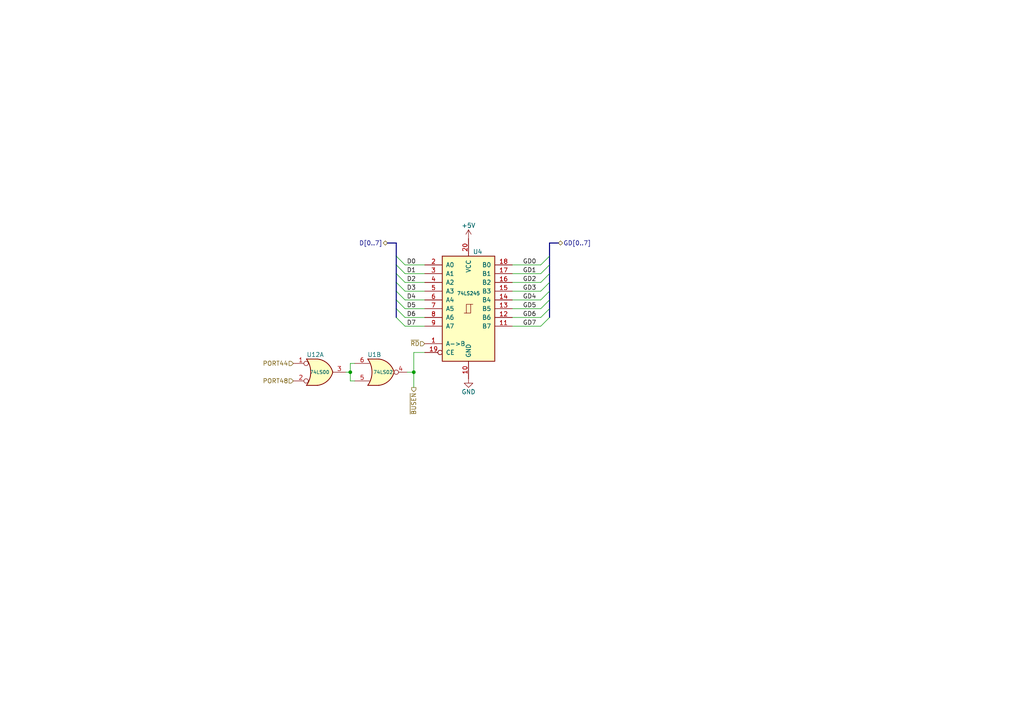
<source format=kicad_sch>
(kicad_sch (version 20230121) (generator eeschema)
  (paper "A4")
  (title_block (title "Sorcerer Dream Disk") (date "2023-12-16") (rev "1.0") (company "Marcel Erz (RetroStack), John Halkiadakis, Michael Borthwick (Exidyboy)") (comment 2 "Data Bus Transceiver driven by Address Decoder") (comment 4 "Data Bus"))
  (lib_symbols
    (symbol "74xx:74LS00" (pin_names (offset 1.016))
      (property "Reference" "U" (at 0 1.27 0))
      (property "Value" "74LS00" (at 0 -1.27 0))
      (symbol "74LS00_1_1"
        (arc (start 0 -3.81) (mid 3.7934 0) (end 0 3.81) (stroke (width 0.254)) (fill (type background)))
        (polyline (pts (xy 0 3.81) (xy -3.81 3.81) (xy -3.81 -3.81) (xy 0 -3.81)) (stroke (width 0.254)) (fill (type background)))
        (pin input line (at -7.62 2.54 0) (length 3.81) (name "~") (number "1"))
        (pin input line (at -7.62 -2.54 0) (length 3.81) (name "~") (number "2"))
        (pin output inverted (at 7.62 0 180) (length 3.81) (name "~") (number "3"))
      )
      (symbol "74LS00_1_2"
        (arc (start -3.81 -3.81) (mid -2.589 0) (end -3.81 3.81) (stroke (width 0.254)))
        (arc (start -0.6096 -3.81) (mid 2.1842 -2.5851) (end 3.81 0) (stroke (width 0.254)) (fill (type background)))
        (polyline (pts (xy -3.81 -3.81) (xy -0.635 -3.81)) (stroke (width 0.254)) (fill (type background)))
        (polyline (pts (xy -3.81 3.81) (xy -0.635 3.81)) (stroke (width 0.254)) (fill (type background)))
        (polyline (pts (xy -0.635 3.81) (xy -3.81 3.81) (xy -3.81 3.81) (xy -3.556 3.4036) (xy -3.0226 2.2606) (xy -2.6924 1.0414) (xy -2.6162 -0.254) (xy -2.7686 -1.4986) (xy -3.175 -2.7178) (xy -3.81 -3.81) (xy -3.81 -3.81) (xy -0.635 -3.81)) (stroke (width -25.4)) (fill (type background)))
        (arc (start 3.81 0) (mid 2.1915 2.5936) (end -0.6096 3.81) (stroke (width 0.254)) (fill (type background)))
        (pin input inverted (at -7.62 2.54 0) (length 4.318) (name "~") (number "1"))
        (pin input inverted (at -7.62 -2.54 0) (length 4.318) (name "~") (number "2"))
        (pin output line (at 7.62 0 180) (length 3.81) (name "~") (number "3"))
      )
      (symbol "74LS00_2_1"
        (arc (start 0 -3.81) (mid 3.7934 0) (end 0 3.81) (stroke (width 0.254)) (fill (type background)))
        (polyline (pts (xy 0 3.81) (xy -3.81 3.81) (xy -3.81 -3.81) (xy 0 -3.81)) (stroke (width 0.254)) (fill (type background)))
        (pin input line (at -7.62 2.54 0) (length 3.81) (name "~") (number "4"))
        (pin input line (at -7.62 -2.54 0) (length 3.81) (name "~") (number "5"))
        (pin output inverted (at 7.62 0 180) (length 3.81) (name "~") (number "6"))
      )
      (symbol "74LS00_2_2"
        (arc (start -3.81 -3.81) (mid -2.589 0) (end -3.81 3.81) (stroke (width 0.254)))
        (arc (start -0.6096 -3.81) (mid 2.1842 -2.5851) (end 3.81 0) (stroke (width 0.254)) (fill (type background)))
        (polyline (pts (xy -3.81 -3.81) (xy -0.635 -3.81)) (stroke (width 0.254)) (fill (type background)))
        (polyline (pts (xy -3.81 3.81) (xy -0.635 3.81)) (stroke (width 0.254)) (fill (type background)))
        (polyline (pts (xy -0.635 3.81) (xy -3.81 3.81) (xy -3.81 3.81) (xy -3.556 3.4036) (xy -3.0226 2.2606) (xy -2.6924 1.0414) (xy -2.6162 -0.254) (xy -2.7686 -1.4986) (xy -3.175 -2.7178) (xy -3.81 -3.81) (xy -3.81 -3.81) (xy -0.635 -3.81)) (stroke (width -25.4)) (fill (type background)))
        (arc (start 3.81 0) (mid 2.1915 2.5936) (end -0.6096 3.81) (stroke (width 0.254)) (fill (type background)))
        (pin input inverted (at -7.62 2.54 0) (length 4.318) (name "~") (number "4"))
        (pin input inverted (at -7.62 -2.54 0) (length 4.318) (name "~") (number "5"))
        (pin output line (at 7.62 0 180) (length 3.81) (name "~") (number "6"))
      )
      (symbol "74LS00_3_1"
        (arc (start 0 -3.81) (mid 3.7934 0) (end 0 3.81) (stroke (width 0.254)) (fill (type background)))
        (polyline (pts (xy 0 3.81) (xy -3.81 3.81) (xy -3.81 -3.81) (xy 0 -3.81)) (stroke (width 0.254)) (fill (type background)))
        (pin input line (at -7.62 -2.54 0) (length 3.81) (name "~") (number "10"))
        (pin output inverted (at 7.62 0 180) (length 3.81) (name "~") (number "8"))
        (pin input line (at -7.62 2.54 0) (length 3.81) (name "~") (number "9"))
      )
      (symbol "74LS00_3_2"
        (arc (start -3.81 -3.81) (mid -2.589 0) (end -3.81 3.81) (stroke (width 0.254)))
        (arc (start -0.6096 -3.81) (mid 2.1842 -2.5851) (end 3.81 0) (stroke (width 0.254)) (fill (type background)))
        (polyline (pts (xy -3.81 -3.81) (xy -0.635 -3.81)) (stroke (width 0.254)) (fill (type background)))
        (polyline (pts (xy -3.81 3.81) (xy -0.635 3.81)) (stroke (width 0.254)) (fill (type background)))
        (polyline (pts (xy -0.635 3.81) (xy -3.81 3.81) (xy -3.81 3.81) (xy -3.556 3.4036) (xy -3.0226 2.2606) (xy -2.6924 1.0414) (xy -2.6162 -0.254) (xy -2.7686 -1.4986) (xy -3.175 -2.7178) (xy -3.81 -3.81) (xy -3.81 -3.81) (xy -0.635 -3.81)) (stroke (width -25.4)) (fill (type background)))
        (arc (start 3.81 0) (mid 2.1915 2.5936) (end -0.6096 3.81) (stroke (width 0.254)) (fill (type background)))
        (pin input inverted (at -7.62 -2.54 0) (length 4.318) (name "~") (number "10"))
        (pin output line (at 7.62 0 180) (length 3.81) (name "~") (number "8"))
        (pin input inverted (at -7.62 2.54 0) (length 4.318) (name "~") (number "9"))
      )
      (symbol "74LS00_4_1"
        (arc (start 0 -3.81) (mid 3.7934 0) (end 0 3.81) (stroke (width 0.254)) (fill (type background)))
        (polyline (pts (xy 0 3.81) (xy -3.81 3.81) (xy -3.81 -3.81) (xy 0 -3.81)) (stroke (width 0.254)) (fill (type background)))
        (pin output inverted (at 7.62 0 180) (length 3.81) (name "~") (number "11"))
        (pin input line (at -7.62 2.54 0) (length 3.81) (name "~") (number "12"))
        (pin input line (at -7.62 -2.54 0) (length 3.81) (name "~") (number "13"))
      )
      (symbol "74LS00_4_2"
        (arc (start -3.81 -3.81) (mid -2.589 0) (end -3.81 3.81) (stroke (width 0.254)))
        (arc (start -0.6096 -3.81) (mid 2.1842 -2.5851) (end 3.81 0) (stroke (width 0.254)) (fill (type background)))
        (polyline (pts (xy -3.81 -3.81) (xy -0.635 -3.81)) (stroke (width 0.254)) (fill (type background)))
        (polyline (pts (xy -3.81 3.81) (xy -0.635 3.81)) (stroke (width 0.254)) (fill (type background)))
        (polyline (pts (xy -0.635 3.81) (xy -3.81 3.81) (xy -3.81 3.81) (xy -3.556 3.4036) (xy -3.0226 2.2606) (xy -2.6924 1.0414) (xy -2.6162 -0.254) (xy -2.7686 -1.4986) (xy -3.175 -2.7178) (xy -3.81 -3.81) (xy -3.81 -3.81) (xy -0.635 -3.81)) (stroke (width -25.4)) (fill (type background)))
        (arc (start 3.81 0) (mid 2.1915 2.5936) (end -0.6096 3.81) (stroke (width 0.254)) (fill (type background)))
        (pin output line (at 7.62 0 180) (length 3.81) (name "~") (number "11"))
        (pin input inverted (at -7.62 2.54 0) (length 4.318) (name "~") (number "12"))
        (pin input inverted (at -7.62 -2.54 0) (length 4.318) (name "~") (number "13"))
      )
      (symbol "74LS00_5_0"
        (pin power_in line (at 0 12.7 270) (length 5.08) (name "VCC") (number "14"))
        (pin power_in line (at 0 -12.7 90) (length 5.08) (name "GND") (number "7"))
      )
      (symbol "74LS00_5_1"
        (rectangle (start -5.08 7.62) (end 5.08 -7.62) (stroke (width 0.254)) (fill (type background)))
      )
    )
    (symbol "74xx:74LS02" (pin_names (offset 1.016))
      (property "Reference" "U" (at 0 1.27 0))
      (property "Value" "74LS02" (at 0 -1.27 0))
      (symbol "74LS02_1_1"
        (arc (start -3.81 -3.81) (mid -2.589 0) (end -3.81 3.81) (stroke (width 0.254)))
        (arc (start -0.6096 -3.81) (mid 2.1842 -2.5851) (end 3.81 0) (stroke (width 0.254)) (fill (type background)))
        (polyline (pts (xy -3.81 -3.81) (xy -0.635 -3.81)) (stroke (width 0.254)) (fill (type background)))
        (polyline (pts (xy -3.81 3.81) (xy -0.635 3.81)) (stroke (width 0.254)) (fill (type background)))
        (polyline (pts (xy -0.635 3.81) (xy -3.81 3.81) (xy -3.81 3.81) (xy -3.556 3.4036) (xy -3.0226 2.2606) (xy -2.6924 1.0414) (xy -2.6162 -0.254) (xy -2.7686 -1.4986) (xy -3.175 -2.7178) (xy -3.81 -3.81) (xy -3.81 -3.81) (xy -0.635 -3.81)) (stroke (width -25.4)) (fill (type background)))
        (arc (start 3.81 0) (mid 2.1915 2.5936) (end -0.6096 3.81) (stroke (width 0.254)) (fill (type background)))
        (pin output inverted (at 7.62 0 180) (length 3.81) (name "~") (number "1"))
        (pin input line (at -7.62 2.54 0) (length 4.318) (name "~") (number "2"))
        (pin input line (at -7.62 -2.54 0) (length 4.318) (name "~") (number "3"))
      )
      (symbol "74LS02_1_2"
        (arc (start 0 -3.81) (mid 3.7934 0) (end 0 3.81) (stroke (width 0.254)) (fill (type background)))
        (polyline (pts (xy 0 3.81) (xy -3.81 3.81) (xy -3.81 -3.81) (xy 0 -3.81)) (stroke (width 0.254)) (fill (type background)))
        (pin output line (at 7.62 0 180) (length 3.81) (name "~") (number "1"))
        (pin input inverted (at -7.62 2.54 0) (length 3.81) (name "~") (number "2"))
        (pin input inverted (at -7.62 -2.54 0) (length 3.81) (name "~") (number "3"))
      )
      (symbol "74LS02_2_1"
        (arc (start -3.81 -3.81) (mid -2.589 0) (end -3.81 3.81) (stroke (width 0.254)))
        (arc (start -0.6096 -3.81) (mid 2.1842 -2.5851) (end 3.81 0) (stroke (width 0.254)) (fill (type background)))
        (polyline (pts (xy -3.81 -3.81) (xy -0.635 -3.81)) (stroke (width 0.254)) (fill (type background)))
        (polyline (pts (xy -3.81 3.81) (xy -0.635 3.81)) (stroke (width 0.254)) (fill (type background)))
        (polyline (pts (xy -0.635 3.81) (xy -3.81 3.81) (xy -3.81 3.81) (xy -3.556 3.4036) (xy -3.0226 2.2606) (xy -2.6924 1.0414) (xy -2.6162 -0.254) (xy -2.7686 -1.4986) (xy -3.175 -2.7178) (xy -3.81 -3.81) (xy -3.81 -3.81) (xy -0.635 -3.81)) (stroke (width -25.4)) (fill (type background)))
        (arc (start 3.81 0) (mid 2.1915 2.5936) (end -0.6096 3.81) (stroke (width 0.254)) (fill (type background)))
        (pin output inverted (at 7.62 0 180) (length 3.81) (name "~") (number "4"))
        (pin input line (at -7.62 2.54 0) (length 4.318) (name "~") (number "5"))
        (pin input line (at -7.62 -2.54 0) (length 4.318) (name "~") (number "6"))
      )
      (symbol "74LS02_2_2"
        (arc (start 0 -3.81) (mid 3.7934 0) (end 0 3.81) (stroke (width 0.254)) (fill (type background)))
        (polyline (pts (xy 0 3.81) (xy -3.81 3.81) (xy -3.81 -3.81) (xy 0 -3.81)) (stroke (width 0.254)) (fill (type background)))
        (pin output line (at 7.62 0 180) (length 3.81) (name "~") (number "4"))
        (pin input inverted (at -7.62 2.54 0) (length 3.81) (name "~") (number "5"))
        (pin input inverted (at -7.62 -2.54 0) (length 3.81) (name "~") (number "6"))
      )
      (symbol "74LS02_3_1"
        (arc (start -3.81 -3.81) (mid -2.589 0) (end -3.81 3.81) (stroke (width 0.254)))
        (arc (start -0.6096 -3.81) (mid 2.1842 -2.5851) (end 3.81 0) (stroke (width 0.254)) (fill (type background)))
        (polyline (pts (xy -3.81 -3.81) (xy -0.635 -3.81)) (stroke (width 0.254)) (fill (type background)))
        (polyline (pts (xy -3.81 3.81) (xy -0.635 3.81)) (stroke (width 0.254)) (fill (type background)))
        (polyline (pts (xy -0.635 3.81) (xy -3.81 3.81) (xy -3.81 3.81) (xy -3.556 3.4036) (xy -3.0226 2.2606) (xy -2.6924 1.0414) (xy -2.6162 -0.254) (xy -2.7686 -1.4986) (xy -3.175 -2.7178) (xy -3.81 -3.81) (xy -3.81 -3.81) (xy -0.635 -3.81)) (stroke (width -25.4)) (fill (type background)))
        (arc (start 3.81 0) (mid 2.1915 2.5936) (end -0.6096 3.81) (stroke (width 0.254)) (fill (type background)))
        (pin output inverted (at 7.62 0 180) (length 3.81) (name "~") (number "10"))
        (pin input line (at -7.62 2.54 0) (length 4.318) (name "~") (number "8"))
        (pin input line (at -7.62 -2.54 0) (length 4.318) (name "~") (number "9"))
      )
      (symbol "74LS02_3_2"
        (arc (start 0 -3.81) (mid 3.7934 0) (end 0 3.81) (stroke (width 0.254)) (fill (type background)))
        (polyline (pts (xy 0 3.81) (xy -3.81 3.81) (xy -3.81 -3.81) (xy 0 -3.81)) (stroke (width 0.254)) (fill (type background)))
        (pin output line (at 7.62 0 180) (length 3.81) (name "~") (number "10"))
        (pin input inverted (at -7.62 2.54 0) (length 3.81) (name "~") (number "8"))
        (pin input inverted (at -7.62 -2.54 0) (length 3.81) (name "~") (number "9"))
      )
      (symbol "74LS02_4_1"
        (arc (start -3.81 -3.81) (mid -2.589 0) (end -3.81 3.81) (stroke (width 0.254)))
        (arc (start -0.6096 -3.81) (mid 2.1842 -2.5851) (end 3.81 0) (stroke (width 0.254)) (fill (type background)))
        (polyline (pts (xy -3.81 -3.81) (xy -0.635 -3.81)) (stroke (width 0.254)) (fill (type background)))
        (polyline (pts (xy -3.81 3.81) (xy -0.635 3.81)) (stroke (width 0.254)) (fill (type background)))
        (polyline (pts (xy -0.635 3.81) (xy -3.81 3.81) (xy -3.81 3.81) (xy -3.556 3.4036) (xy -3.0226 2.2606) (xy -2.6924 1.0414) (xy -2.6162 -0.254) (xy -2.7686 -1.4986) (xy -3.175 -2.7178) (xy -3.81 -3.81) (xy -3.81 -3.81) (xy -0.635 -3.81)) (stroke (width -25.4)) (fill (type background)))
        (arc (start 3.81 0) (mid 2.1915 2.5936) (end -0.6096 3.81) (stroke (width 0.254)) (fill (type background)))
        (pin input line (at -7.62 2.54 0) (length 4.318) (name "~") (number "11"))
        (pin input line (at -7.62 -2.54 0) (length 4.318) (name "~") (number "12"))
        (pin output inverted (at 7.62 0 180) (length 3.81) (name "~") (number "13"))
      )
      (symbol "74LS02_4_2"
        (arc (start 0 -3.81) (mid 3.7934 0) (end 0 3.81) (stroke (width 0.254)) (fill (type background)))
        (polyline (pts (xy 0 3.81) (xy -3.81 3.81) (xy -3.81 -3.81) (xy 0 -3.81)) (stroke (width 0.254)) (fill (type background)))
        (pin input inverted (at -7.62 2.54 0) (length 3.81) (name "~") (number "11"))
        (pin input inverted (at -7.62 -2.54 0) (length 3.81) (name "~") (number "12"))
        (pin output line (at 7.62 0 180) (length 3.81) (name "~") (number "13"))
      )
      (symbol "74LS02_5_0"
        (pin power_in line (at 0 12.7 270) (length 5.08) (name "VCC") (number "14"))
        (pin power_in line (at 0 -12.7 90) (length 5.08) (name "GND") (number "7"))
      )
      (symbol "74LS02_5_1"
        (rectangle (start -5.08 7.62) (end 5.08 -7.62) (stroke (width 0.254)) (fill (type background)))
      )
    )
    (symbol "74xx:74LS245" (pin_names (offset 1.016))
      (property "Reference" "U" (at -7.62 16.51 0))
      (property "Value" "74LS245" (at -7.62 -16.51 0))
      (symbol "74LS245_1_0"
        (polyline (pts (xy -0.635 -1.27) (xy -0.635 1.27) (xy 0.635 1.27)))
        (polyline (pts (xy -1.27 -1.27) (xy 0.635 -1.27) (xy 0.635 1.27) (xy 1.27 1.27)))
        (pin input line (at -12.7 -10.16 0) (length 5.08) (name "A->B") (number "1"))
        (pin power_in line (at 0 -20.32 90) (length 5.08) (name "GND") (number "10"))
        (pin tri_state line (at 12.7 -5.08 180) (length 5.08) (name "B7") (number "11"))
        (pin tri_state line (at 12.7 -2.54 180) (length 5.08) (name "B6") (number "12"))
        (pin tri_state line (at 12.7 0 180) (length 5.08) (name "B5") (number "13"))
        (pin tri_state line (at 12.7 2.54 180) (length 5.08) (name "B4") (number "14"))
        (pin tri_state line (at 12.7 5.08 180) (length 5.08) (name "B3") (number "15"))
        (pin tri_state line (at 12.7 7.62 180) (length 5.08) (name "B2") (number "16"))
        (pin tri_state line (at 12.7 10.16 180) (length 5.08) (name "B1") (number "17"))
        (pin tri_state line (at 12.7 12.7 180) (length 5.08) (name "B0") (number "18"))
        (pin input inverted (at -12.7 -12.7 0) (length 5.08) (name "CE") (number "19"))
        (pin tri_state line (at -12.7 12.7 0) (length 5.08) (name "A0") (number "2"))
        (pin power_in line (at 0 20.32 270) (length 5.08) (name "VCC") (number "20"))
        (pin tri_state line (at -12.7 10.16 0) (length 5.08) (name "A1") (number "3"))
        (pin tri_state line (at -12.7 7.62 0) (length 5.08) (name "A2") (number "4"))
        (pin tri_state line (at -12.7 5.08 0) (length 5.08) (name "A3") (number "5"))
        (pin tri_state line (at -12.7 2.54 0) (length 5.08) (name "A4") (number "6"))
        (pin tri_state line (at -12.7 0 0) (length 5.08) (name "A5") (number "7"))
        (pin tri_state line (at -12.7 -2.54 0) (length 5.08) (name "A6") (number "8"))
        (pin tri_state line (at -12.7 -5.08 0) (length 5.08) (name "A7") (number "9"))
      )
      (symbol "74LS245_1_1"
        (rectangle (start -7.62 15.24) (end 7.62 -15.24) (stroke (width 0.254)) (fill (type background)))
      )
    )
    (symbol "power:+5V" (power) (pin_names (offset 0))
      (property "Value" "+5V" (at 0 3.556 0))
      (symbol "+5V_0_1"
        (polyline (pts (xy -0.762 1.27) (xy 0 2.54)))
        (polyline (pts (xy 0 0) (xy 0 2.54)))
        (polyline (pts (xy 0 2.54) (xy 0.762 1.27)))
      )
      (symbol "+5V_1_1"
        (pin power_in line (at 0 0 90) (length 0) hide (name "+5V") (number "1"))
      )
    )
    (symbol "power:GND" (power) (pin_names (offset 0))
      (property "Value" "GND" (at 0 -3.81 0))
      (symbol "GND_0_1"
        (polyline (pts (xy 0 0) (xy 0 -1.27) (xy 1.27 -1.27) (xy 0 -2.54) (xy -1.27 -1.27) (xy 0 -1.27)))
      )
      (symbol "GND_1_1"
        (pin power_in line (at 0 0 270) (length 0) hide (name "GND") (number "1"))
      )
    )
  )
  (junction (at 101.6 107.95))
  (junction (at 120.015 107.95))
  (bus_entry (at 159.385 76.835) (size -2.54 2.54))
  (bus_entry (at 159.385 92.075) (size -2.54 2.54))
  (bus_entry (at 114.935 92.075) (size 2.54 2.54))
  (bus_entry (at 114.935 81.915) (size 2.54 2.54))
  (bus_entry (at 159.385 79.375) (size -2.54 2.54))
  (bus_entry (at 114.935 84.455) (size 2.54 2.54))
  (bus_entry (at 159.385 84.455) (size -2.54 2.54))
  (bus_entry (at 159.385 89.535) (size -2.54 2.54))
  (bus_entry (at 114.935 89.535) (size 2.54 2.54))
  (bus_entry (at 159.385 81.915) (size -2.54 2.54))
  (bus_entry (at 114.935 76.835) (size 2.54 2.54))
  (bus_entry (at 159.385 74.295) (size -2.54 2.54))
  (bus_entry (at 114.935 79.375) (size 2.54 2.54))
  (bus_entry (at 114.935 86.995) (size 2.54 2.54))
  (bus_entry (at 114.935 74.295) (size 2.54 2.54))
  (bus_entry (at 159.385 86.995) (size -2.54 2.54))
  (wire (pts (xy 118.11 107.95) (xy 120.015 107.95)))
  (wire (pts (xy 148.59 84.455) (xy 156.845 84.455)))
  (bus (pts (xy 159.385 86.995) (xy 159.385 89.535)))
  (wire (pts (xy 117.475 84.455) (xy 123.19 84.455)))
  (wire (pts (xy 117.475 76.835) (xy 123.19 76.835)))
  (wire (pts (xy 148.59 79.375) (xy 156.845 79.375)))
  (bus (pts (xy 114.935 86.995) (xy 114.935 89.535)))
  (wire (pts (xy 120.015 107.95) (xy 120.015 102.235)))
  (bus (pts (xy 114.935 76.835) (xy 114.935 79.375)))
  (bus (pts (xy 161.925 70.485) (xy 159.385 70.485)))
  (wire (pts (xy 101.6 107.95) (xy 101.6 110.49)))
  (bus (pts (xy 114.935 70.485) (xy 114.935 74.295)))
  (bus (pts (xy 114.935 89.535) (xy 114.935 92.075)))
  (wire (pts (xy 120.015 107.95) (xy 120.015 112.395)))
  (wire (pts (xy 117.475 86.995) (xy 123.19 86.995)))
  (wire (pts (xy 101.6 107.95) (xy 100.33 107.95)))
  (wire (pts (xy 101.6 110.49) (xy 102.87 110.49)))
  (bus (pts (xy 159.385 84.455) (xy 159.385 86.995)))
  (wire (pts (xy 101.6 107.95) (xy 101.6 105.41)))
  (wire (pts (xy 102.87 105.41) (xy 101.6 105.41)))
  (wire (pts (xy 117.475 79.375) (xy 123.19 79.375)))
  (bus (pts (xy 159.385 81.915) (xy 159.385 84.455)))
  (bus (pts (xy 114.935 81.915) (xy 114.935 84.455)))
  (bus (pts (xy 114.935 84.455) (xy 114.935 86.995)))
  (bus (pts (xy 159.385 76.835) (xy 159.385 79.375)))
  (bus (pts (xy 159.385 70.485) (xy 159.385 74.295)))
  (bus (pts (xy 112.395 70.485) (xy 114.935 70.485)))
  (wire (pts (xy 148.59 94.615) (xy 156.845 94.615)))
  (wire (pts (xy 148.59 92.075) (xy 156.845 92.075)))
  (wire (pts (xy 148.59 81.915) (xy 156.845 81.915)))
  (bus (pts (xy 114.935 74.295) (xy 114.935 76.835)))
  (wire (pts (xy 117.475 92.075) (xy 123.19 92.075)))
  (wire (pts (xy 117.475 89.535) (xy 123.19 89.535)))
  (wire (pts (xy 148.59 86.995) (xy 156.845 86.995)))
  (wire (pts (xy 117.475 94.615) (xy 123.19 94.615)))
  (bus (pts (xy 159.385 89.535) (xy 159.385 92.075)))
  (bus (pts (xy 114.935 79.375) (xy 114.935 81.915)))
  (wire (pts (xy 148.59 76.835) (xy 156.845 76.835)))
  (bus (pts (xy 159.385 74.295) (xy 159.385 76.835)))
  (wire (pts (xy 117.475 81.915) (xy 123.19 81.915)))
  (wire (pts (xy 120.015 102.235) (xy 123.19 102.235)))
  (bus (pts (xy 159.385 79.375) (xy 159.385 81.915)))
  (wire (pts (xy 148.59 89.535) (xy 156.845 89.535)))
  (label "GD5" (at 155.575 89.535 180))
  (label "D7" (at 120.65 94.615 180))
  (label "GD7" (at 155.575 94.615 180))
  (label "D6" (at 120.65 92.075 180))
  (label "D2" (at 120.65 81.915 180))
  (label "GD3" (at 155.575 84.455 180))
  (label "D5" (at 120.65 89.535 180))
  (label "D1" (at 120.65 79.375 180))
  (label "D3" (at 120.65 84.455 180))
  (label "GD6" (at 155.575 92.075 180))
  (label "GD0" (at 155.575 76.835 180))
  (label "GD4" (at 155.575 86.995 180))
  (label "D0" (at 120.65 76.835 180))
  (label "GD2" (at 155.575 81.915 180))
  (label "D4" (at 120.65 86.995 180))
  (label "GD1" (at 155.575 79.375 180))
  (hierarchical_label "~{RD}" (shape input) (at 123.19 99.695 180))
  (hierarchical_label "GD[0..7]" (shape tri_state) (at 161.925 70.485 0))
  (hierarchical_label "PORT48" (shape input) (at 85.09 110.49 180))
  (hierarchical_label "D[0..7]" (shape tri_state) (at 112.395 70.485 180))
  (hierarchical_label "~{BUSEN}" (shape output) (at 120.015 112.395 270))
  (hierarchical_label "PORT44" (shape input) (at 85.09 105.41 180))
  (symbol (lib_id "74xx:74LS02") (at 110.49 107.95 0) (mirror x) (unit 2)
    (property "Reference" "U1" (at 108.585 102.87 0))
    (property "Value" "74LS02" (at 111.125 107.95 0) (effects (font (size 1 1))))
    (property "Footprint" "Package_DIP:DIP-14_W7.62mm" (effects hide))
    (property "Datasheet" "http://www.ti.com/lit/gpn/sn74ls02" (effects hide))
  )
  (symbol (lib_id "74xx:74LS245") (at 135.89 89.535 0) (unit 1)
    (property "Reference" "U4" (at 137.16 73.025 0) (effects (justify left)))
    (property "Value" "74LS245" (at 135.89 85.09 0) (effects (font (size 1 1))))
    (property "Footprint" "Package_DIP:DIP-20_W7.62mm" (effects hide))
    (property "Datasheet" "http://www.ti.com/lit/gpn/sn74LS245" (effects hide))
  )
  (symbol (lib_id "power:GND") (at 135.89 109.855 0) (unit 1)
    (property "Reference" "#PWR08" (effects hide))
    (property "Value" "GND" (at 135.89 113.665 0))
    (instances (project "Sorcerer_DreamDisk" (path "" (reference "#PWR08") (unit 1)) (path "" (reference "#PWR08") (unit 1)) (path "" (reference "#PWR016") (unit 1)) (path "" (reference "#PWR025") (unit 1))))
  )
  (symbol (lib_id "power:+5V") (at 135.89 69.215 0) (unit 1)
    (property "Reference" "#PWR07" (effects hide))
    (property "Value" "+5V" (at 135.89 65.405 0))
    (instances (project "Sorcerer_DreamDisk" (path "" (reference "#PWR07") (unit 1)) (path "" (reference "#PWR07") (unit 1)) (path "" (reference "#PWR015") (unit 1)) (path "" (reference "#PWR024") (unit 1))))
  )
  (symbol (lib_id "74xx:74LS00") (at 92.71 107.95 0) (unit 1) (convert 2)
    (property "Reference" "U12" (at 91.44 102.87 0))
    (property "Value" "74LS00" (at 92.71 107.95 0) (effects (font (size 1 1))))
    (property "Footprint" "Package_DIP:DIP-14_W7.62mm" (effects hide))
    (property "Datasheet" "http://www.ti.com/lit/gpn/sn74ls00" (effects hide))
  )
)
</source>
